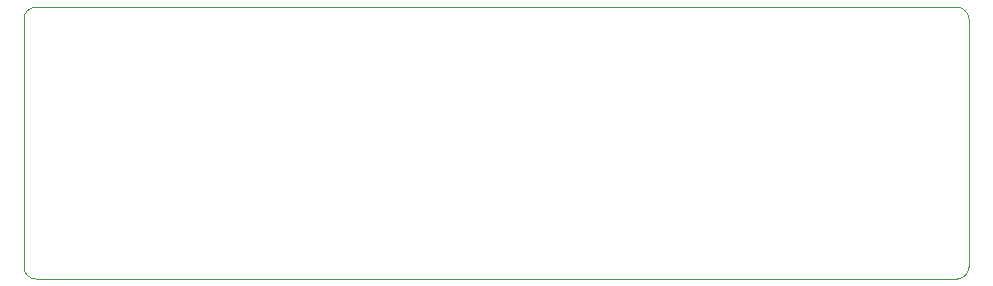
<source format=gbr>
%TF.GenerationSoftware,KiCad,Pcbnew,(5.1.9)-1*%
%TF.CreationDate,2021-02-24T20:28:46+08:00*%
%TF.ProjectId,M-HL10-kit,4d2d484c-3130-42d6-9b69-742e6b696361,rev?*%
%TF.SameCoordinates,Original*%
%TF.FileFunction,Profile,NP*%
%FSLAX46Y46*%
G04 Gerber Fmt 4.6, Leading zero omitted, Abs format (unit mm)*
G04 Created by KiCad (PCBNEW (5.1.9)-1) date 2021-02-24 20:28:46*
%MOMM*%
%LPD*%
G01*
G04 APERTURE LIST*
%TA.AperFunction,Profile*%
%ADD10C,0.050000*%
%TD*%
G04 APERTURE END LIST*
D10*
X215000000Y-80000000D02*
G75*
G02*
X216000000Y-81000000I0J-1000000D01*
G01*
X216000000Y-102000000D02*
G75*
G02*
X215000000Y-103000000I-1000000J0D01*
G01*
X137000000Y-103000000D02*
G75*
G02*
X136000000Y-102000000I0J1000000D01*
G01*
X136000000Y-81000000D02*
G75*
G02*
X137000000Y-80000000I1000000J0D01*
G01*
X216000000Y-81000000D02*
X216000000Y-102000000D01*
X137000000Y-80000000D02*
X215000000Y-80000000D01*
X137000000Y-103000000D02*
X215000000Y-103000000D01*
X136000000Y-81000000D02*
X136000000Y-102000000D01*
M02*

</source>
